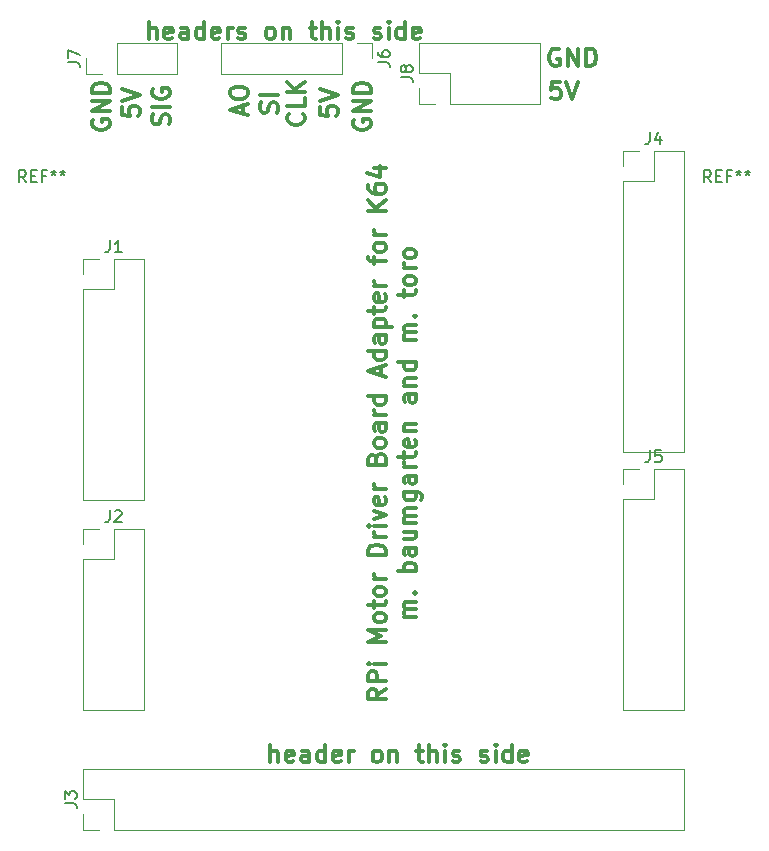
<source format=gbr>
G04 #@! TF.GenerationSoftware,KiCad,Pcbnew,(5.0.1)-4*
G04 #@! TF.CreationDate,2018-11-19T18:58:20-05:00*
G04 #@! TF.ProjectId,k64shield,6B3634736869656C642E6B696361645F,rev?*
G04 #@! TF.SameCoordinates,Original*
G04 #@! TF.FileFunction,Legend,Top*
G04 #@! TF.FilePolarity,Positive*
%FSLAX46Y46*%
G04 Gerber Fmt 4.6, Leading zero omitted, Abs format (unit mm)*
G04 Created by KiCad (PCBNEW (5.0.1)-4) date 11/19/2018 6:58:20 PM*
%MOMM*%
%LPD*%
G01*
G04 APERTURE LIST*
%ADD10C,0.300000*%
%ADD11C,0.120000*%
%ADD12C,0.150000*%
G04 APERTURE END LIST*
D10*
X101057714Y-56304571D02*
X101057714Y-54804571D01*
X101700571Y-56304571D02*
X101700571Y-55518857D01*
X101629142Y-55376000D01*
X101486285Y-55304571D01*
X101272000Y-55304571D01*
X101129142Y-55376000D01*
X101057714Y-55447428D01*
X102986285Y-56233142D02*
X102843428Y-56304571D01*
X102557714Y-56304571D01*
X102414857Y-56233142D01*
X102343428Y-56090285D01*
X102343428Y-55518857D01*
X102414857Y-55376000D01*
X102557714Y-55304571D01*
X102843428Y-55304571D01*
X102986285Y-55376000D01*
X103057714Y-55518857D01*
X103057714Y-55661714D01*
X102343428Y-55804571D01*
X104343428Y-56304571D02*
X104343428Y-55518857D01*
X104272000Y-55376000D01*
X104129142Y-55304571D01*
X103843428Y-55304571D01*
X103700571Y-55376000D01*
X104343428Y-56233142D02*
X104200571Y-56304571D01*
X103843428Y-56304571D01*
X103700571Y-56233142D01*
X103629142Y-56090285D01*
X103629142Y-55947428D01*
X103700571Y-55804571D01*
X103843428Y-55733142D01*
X104200571Y-55733142D01*
X104343428Y-55661714D01*
X105700571Y-56304571D02*
X105700571Y-54804571D01*
X105700571Y-56233142D02*
X105557714Y-56304571D01*
X105272000Y-56304571D01*
X105129142Y-56233142D01*
X105057714Y-56161714D01*
X104986285Y-56018857D01*
X104986285Y-55590285D01*
X105057714Y-55447428D01*
X105129142Y-55376000D01*
X105272000Y-55304571D01*
X105557714Y-55304571D01*
X105700571Y-55376000D01*
X106986285Y-56233142D02*
X106843428Y-56304571D01*
X106557714Y-56304571D01*
X106414857Y-56233142D01*
X106343428Y-56090285D01*
X106343428Y-55518857D01*
X106414857Y-55376000D01*
X106557714Y-55304571D01*
X106843428Y-55304571D01*
X106986285Y-55376000D01*
X107057714Y-55518857D01*
X107057714Y-55661714D01*
X106343428Y-55804571D01*
X107700571Y-56304571D02*
X107700571Y-55304571D01*
X107700571Y-55590285D02*
X107772000Y-55447428D01*
X107843428Y-55376000D01*
X107986285Y-55304571D01*
X108129142Y-55304571D01*
X108557714Y-56233142D02*
X108700571Y-56304571D01*
X108986285Y-56304571D01*
X109129142Y-56233142D01*
X109200571Y-56090285D01*
X109200571Y-56018857D01*
X109129142Y-55876000D01*
X108986285Y-55804571D01*
X108772000Y-55804571D01*
X108629142Y-55733142D01*
X108557714Y-55590285D01*
X108557714Y-55518857D01*
X108629142Y-55376000D01*
X108772000Y-55304571D01*
X108986285Y-55304571D01*
X109129142Y-55376000D01*
X111200571Y-56304571D02*
X111057714Y-56233142D01*
X110986285Y-56161714D01*
X110914857Y-56018857D01*
X110914857Y-55590285D01*
X110986285Y-55447428D01*
X111057714Y-55376000D01*
X111200571Y-55304571D01*
X111414857Y-55304571D01*
X111557714Y-55376000D01*
X111629142Y-55447428D01*
X111700571Y-55590285D01*
X111700571Y-56018857D01*
X111629142Y-56161714D01*
X111557714Y-56233142D01*
X111414857Y-56304571D01*
X111200571Y-56304571D01*
X112343428Y-55304571D02*
X112343428Y-56304571D01*
X112343428Y-55447428D02*
X112414857Y-55376000D01*
X112557714Y-55304571D01*
X112772000Y-55304571D01*
X112914857Y-55376000D01*
X112986285Y-55518857D01*
X112986285Y-56304571D01*
X114629142Y-55304571D02*
X115200571Y-55304571D01*
X114843428Y-54804571D02*
X114843428Y-56090285D01*
X114914857Y-56233142D01*
X115057714Y-56304571D01*
X115200571Y-56304571D01*
X115700571Y-56304571D02*
X115700571Y-54804571D01*
X116343428Y-56304571D02*
X116343428Y-55518857D01*
X116272000Y-55376000D01*
X116129142Y-55304571D01*
X115914857Y-55304571D01*
X115772000Y-55376000D01*
X115700571Y-55447428D01*
X117057714Y-56304571D02*
X117057714Y-55304571D01*
X117057714Y-54804571D02*
X116986285Y-54876000D01*
X117057714Y-54947428D01*
X117129142Y-54876000D01*
X117057714Y-54804571D01*
X117057714Y-54947428D01*
X117700571Y-56233142D02*
X117843428Y-56304571D01*
X118129142Y-56304571D01*
X118272000Y-56233142D01*
X118343428Y-56090285D01*
X118343428Y-56018857D01*
X118272000Y-55876000D01*
X118129142Y-55804571D01*
X117914857Y-55804571D01*
X117772000Y-55733142D01*
X117700571Y-55590285D01*
X117700571Y-55518857D01*
X117772000Y-55376000D01*
X117914857Y-55304571D01*
X118129142Y-55304571D01*
X118272000Y-55376000D01*
X120057714Y-56233142D02*
X120200571Y-56304571D01*
X120486285Y-56304571D01*
X120629142Y-56233142D01*
X120700571Y-56090285D01*
X120700571Y-56018857D01*
X120629142Y-55876000D01*
X120486285Y-55804571D01*
X120272000Y-55804571D01*
X120129142Y-55733142D01*
X120057714Y-55590285D01*
X120057714Y-55518857D01*
X120129142Y-55376000D01*
X120272000Y-55304571D01*
X120486285Y-55304571D01*
X120629142Y-55376000D01*
X121343428Y-56304571D02*
X121343428Y-55304571D01*
X121343428Y-54804571D02*
X121272000Y-54876000D01*
X121343428Y-54947428D01*
X121414857Y-54876000D01*
X121343428Y-54804571D01*
X121343428Y-54947428D01*
X122700571Y-56304571D02*
X122700571Y-54804571D01*
X122700571Y-56233142D02*
X122557714Y-56304571D01*
X122272000Y-56304571D01*
X122129142Y-56233142D01*
X122057714Y-56161714D01*
X121986285Y-56018857D01*
X121986285Y-55590285D01*
X122057714Y-55447428D01*
X122129142Y-55376000D01*
X122272000Y-55304571D01*
X122557714Y-55304571D01*
X122700571Y-55376000D01*
X123986285Y-56233142D02*
X123843428Y-56304571D01*
X123557714Y-56304571D01*
X123414857Y-56233142D01*
X123343428Y-56090285D01*
X123343428Y-55518857D01*
X123414857Y-55376000D01*
X123557714Y-55304571D01*
X123843428Y-55304571D01*
X123986285Y-55376000D01*
X124057714Y-55518857D01*
X124057714Y-55661714D01*
X123343428Y-55804571D01*
X111316857Y-117518571D02*
X111316857Y-116018571D01*
X111959714Y-117518571D02*
X111959714Y-116732857D01*
X111888285Y-116590000D01*
X111745428Y-116518571D01*
X111531142Y-116518571D01*
X111388285Y-116590000D01*
X111316857Y-116661428D01*
X113245428Y-117447142D02*
X113102571Y-117518571D01*
X112816857Y-117518571D01*
X112674000Y-117447142D01*
X112602571Y-117304285D01*
X112602571Y-116732857D01*
X112674000Y-116590000D01*
X112816857Y-116518571D01*
X113102571Y-116518571D01*
X113245428Y-116590000D01*
X113316857Y-116732857D01*
X113316857Y-116875714D01*
X112602571Y-117018571D01*
X114602571Y-117518571D02*
X114602571Y-116732857D01*
X114531142Y-116590000D01*
X114388285Y-116518571D01*
X114102571Y-116518571D01*
X113959714Y-116590000D01*
X114602571Y-117447142D02*
X114459714Y-117518571D01*
X114102571Y-117518571D01*
X113959714Y-117447142D01*
X113888285Y-117304285D01*
X113888285Y-117161428D01*
X113959714Y-117018571D01*
X114102571Y-116947142D01*
X114459714Y-116947142D01*
X114602571Y-116875714D01*
X115959714Y-117518571D02*
X115959714Y-116018571D01*
X115959714Y-117447142D02*
X115816857Y-117518571D01*
X115531142Y-117518571D01*
X115388285Y-117447142D01*
X115316857Y-117375714D01*
X115245428Y-117232857D01*
X115245428Y-116804285D01*
X115316857Y-116661428D01*
X115388285Y-116590000D01*
X115531142Y-116518571D01*
X115816857Y-116518571D01*
X115959714Y-116590000D01*
X117245428Y-117447142D02*
X117102571Y-117518571D01*
X116816857Y-117518571D01*
X116674000Y-117447142D01*
X116602571Y-117304285D01*
X116602571Y-116732857D01*
X116674000Y-116590000D01*
X116816857Y-116518571D01*
X117102571Y-116518571D01*
X117245428Y-116590000D01*
X117316857Y-116732857D01*
X117316857Y-116875714D01*
X116602571Y-117018571D01*
X117959714Y-117518571D02*
X117959714Y-116518571D01*
X117959714Y-116804285D02*
X118031142Y-116661428D01*
X118102571Y-116590000D01*
X118245428Y-116518571D01*
X118388285Y-116518571D01*
X120245428Y-117518571D02*
X120102571Y-117447142D01*
X120031142Y-117375714D01*
X119959714Y-117232857D01*
X119959714Y-116804285D01*
X120031142Y-116661428D01*
X120102571Y-116590000D01*
X120245428Y-116518571D01*
X120459714Y-116518571D01*
X120602571Y-116590000D01*
X120674000Y-116661428D01*
X120745428Y-116804285D01*
X120745428Y-117232857D01*
X120674000Y-117375714D01*
X120602571Y-117447142D01*
X120459714Y-117518571D01*
X120245428Y-117518571D01*
X121388285Y-116518571D02*
X121388285Y-117518571D01*
X121388285Y-116661428D02*
X121459714Y-116590000D01*
X121602571Y-116518571D01*
X121816857Y-116518571D01*
X121959714Y-116590000D01*
X122031142Y-116732857D01*
X122031142Y-117518571D01*
X123674000Y-116518571D02*
X124245428Y-116518571D01*
X123888285Y-116018571D02*
X123888285Y-117304285D01*
X123959714Y-117447142D01*
X124102571Y-117518571D01*
X124245428Y-117518571D01*
X124745428Y-117518571D02*
X124745428Y-116018571D01*
X125388285Y-117518571D02*
X125388285Y-116732857D01*
X125316857Y-116590000D01*
X125174000Y-116518571D01*
X124959714Y-116518571D01*
X124816857Y-116590000D01*
X124745428Y-116661428D01*
X126102571Y-117518571D02*
X126102571Y-116518571D01*
X126102571Y-116018571D02*
X126031142Y-116090000D01*
X126102571Y-116161428D01*
X126174000Y-116090000D01*
X126102571Y-116018571D01*
X126102571Y-116161428D01*
X126745428Y-117447142D02*
X126888285Y-117518571D01*
X127174000Y-117518571D01*
X127316857Y-117447142D01*
X127388285Y-117304285D01*
X127388285Y-117232857D01*
X127316857Y-117090000D01*
X127174000Y-117018571D01*
X126959714Y-117018571D01*
X126816857Y-116947142D01*
X126745428Y-116804285D01*
X126745428Y-116732857D01*
X126816857Y-116590000D01*
X126959714Y-116518571D01*
X127174000Y-116518571D01*
X127316857Y-116590000D01*
X129102571Y-117447142D02*
X129245428Y-117518571D01*
X129531142Y-117518571D01*
X129674000Y-117447142D01*
X129745428Y-117304285D01*
X129745428Y-117232857D01*
X129674000Y-117090000D01*
X129531142Y-117018571D01*
X129316857Y-117018571D01*
X129174000Y-116947142D01*
X129102571Y-116804285D01*
X129102571Y-116732857D01*
X129174000Y-116590000D01*
X129316857Y-116518571D01*
X129531142Y-116518571D01*
X129674000Y-116590000D01*
X130388285Y-117518571D02*
X130388285Y-116518571D01*
X130388285Y-116018571D02*
X130316857Y-116090000D01*
X130388285Y-116161428D01*
X130459714Y-116090000D01*
X130388285Y-116018571D01*
X130388285Y-116161428D01*
X131745428Y-117518571D02*
X131745428Y-116018571D01*
X131745428Y-117447142D02*
X131602571Y-117518571D01*
X131316857Y-117518571D01*
X131173999Y-117447142D01*
X131102571Y-117375714D01*
X131031142Y-117232857D01*
X131031142Y-116804285D01*
X131102571Y-116661428D01*
X131173999Y-116590000D01*
X131316857Y-116518571D01*
X131602571Y-116518571D01*
X131745428Y-116590000D01*
X133031142Y-117447142D02*
X132888285Y-117518571D01*
X132602571Y-117518571D01*
X132459714Y-117447142D01*
X132388285Y-117304285D01*
X132388285Y-116732857D01*
X132459714Y-116590000D01*
X132602571Y-116518571D01*
X132888285Y-116518571D01*
X133031142Y-116590000D01*
X133102571Y-116732857D01*
X133102571Y-116875714D01*
X132388285Y-117018571D01*
X135763142Y-57162000D02*
X135620285Y-57090571D01*
X135406000Y-57090571D01*
X135191714Y-57162000D01*
X135048857Y-57304857D01*
X134977428Y-57447714D01*
X134906000Y-57733428D01*
X134906000Y-57947714D01*
X134977428Y-58233428D01*
X135048857Y-58376285D01*
X135191714Y-58519142D01*
X135406000Y-58590571D01*
X135548857Y-58590571D01*
X135763142Y-58519142D01*
X135834571Y-58447714D01*
X135834571Y-57947714D01*
X135548857Y-57947714D01*
X136477428Y-58590571D02*
X136477428Y-57090571D01*
X137334571Y-58590571D01*
X137334571Y-57090571D01*
X138048857Y-58590571D02*
X138048857Y-57090571D01*
X138406000Y-57090571D01*
X138620285Y-57162000D01*
X138763142Y-57304857D01*
X138834571Y-57447714D01*
X138906000Y-57733428D01*
X138906000Y-57947714D01*
X138834571Y-58233428D01*
X138763142Y-58376285D01*
X138620285Y-58519142D01*
X138406000Y-58590571D01*
X138048857Y-58590571D01*
X135858285Y-59884571D02*
X135144000Y-59884571D01*
X135072571Y-60598857D01*
X135144000Y-60527428D01*
X135286857Y-60456000D01*
X135644000Y-60456000D01*
X135786857Y-60527428D01*
X135858285Y-60598857D01*
X135929714Y-60741714D01*
X135929714Y-61098857D01*
X135858285Y-61241714D01*
X135786857Y-61313142D01*
X135644000Y-61384571D01*
X135286857Y-61384571D01*
X135144000Y-61313142D01*
X135072571Y-61241714D01*
X136358285Y-59884571D02*
X136858285Y-61384571D01*
X137358285Y-59884571D01*
X118376000Y-63118857D02*
X118304571Y-63261714D01*
X118304571Y-63476000D01*
X118376000Y-63690285D01*
X118518857Y-63833142D01*
X118661714Y-63904571D01*
X118947428Y-63976000D01*
X119161714Y-63976000D01*
X119447428Y-63904571D01*
X119590285Y-63833142D01*
X119733142Y-63690285D01*
X119804571Y-63476000D01*
X119804571Y-63333142D01*
X119733142Y-63118857D01*
X119661714Y-63047428D01*
X119161714Y-63047428D01*
X119161714Y-63333142D01*
X119804571Y-62404571D02*
X118304571Y-62404571D01*
X119804571Y-61547428D01*
X118304571Y-61547428D01*
X119804571Y-60833142D02*
X118304571Y-60833142D01*
X118304571Y-60476000D01*
X118376000Y-60261714D01*
X118518857Y-60118857D01*
X118661714Y-60047428D01*
X118947428Y-59976000D01*
X119161714Y-59976000D01*
X119447428Y-60047428D01*
X119590285Y-60118857D01*
X119733142Y-60261714D01*
X119804571Y-60476000D01*
X119804571Y-60833142D01*
X115510571Y-62007714D02*
X115510571Y-62722000D01*
X116224857Y-62793428D01*
X116153428Y-62722000D01*
X116082000Y-62579142D01*
X116082000Y-62222000D01*
X116153428Y-62079142D01*
X116224857Y-62007714D01*
X116367714Y-61936285D01*
X116724857Y-61936285D01*
X116867714Y-62007714D01*
X116939142Y-62079142D01*
X117010571Y-62222000D01*
X117010571Y-62579142D01*
X116939142Y-62722000D01*
X116867714Y-62793428D01*
X115510571Y-61507714D02*
X117010571Y-61007714D01*
X115510571Y-60507714D01*
X114073714Y-62614857D02*
X114145142Y-62686285D01*
X114216571Y-62900571D01*
X114216571Y-63043428D01*
X114145142Y-63257714D01*
X114002285Y-63400571D01*
X113859428Y-63472000D01*
X113573714Y-63543428D01*
X113359428Y-63543428D01*
X113073714Y-63472000D01*
X112930857Y-63400571D01*
X112788000Y-63257714D01*
X112716571Y-63043428D01*
X112716571Y-62900571D01*
X112788000Y-62686285D01*
X112859428Y-62614857D01*
X114216571Y-61257714D02*
X114216571Y-61972000D01*
X112716571Y-61972000D01*
X114216571Y-60757714D02*
X112716571Y-60757714D01*
X114216571Y-59900571D02*
X113359428Y-60543428D01*
X112716571Y-59900571D02*
X113573714Y-60757714D01*
X111859142Y-62507714D02*
X111930571Y-62293428D01*
X111930571Y-61936285D01*
X111859142Y-61793428D01*
X111787714Y-61722000D01*
X111644857Y-61650571D01*
X111502000Y-61650571D01*
X111359142Y-61722000D01*
X111287714Y-61793428D01*
X111216285Y-61936285D01*
X111144857Y-62222000D01*
X111073428Y-62364857D01*
X111002000Y-62436285D01*
X110859142Y-62507714D01*
X110716285Y-62507714D01*
X110573428Y-62436285D01*
X110502000Y-62364857D01*
X110430571Y-62222000D01*
X110430571Y-61864857D01*
X110502000Y-61650571D01*
X111930571Y-61007714D02*
X110430571Y-61007714D01*
X108962000Y-62610857D02*
X108962000Y-61896571D01*
X109390571Y-62753714D02*
X107890571Y-62253714D01*
X109390571Y-61753714D01*
X107890571Y-60968000D02*
X107890571Y-60682285D01*
X107962000Y-60539428D01*
X108104857Y-60396571D01*
X108390571Y-60325142D01*
X108890571Y-60325142D01*
X109176285Y-60396571D01*
X109319142Y-60539428D01*
X109390571Y-60682285D01*
X109390571Y-60968000D01*
X109319142Y-61110857D01*
X109176285Y-61253714D01*
X108890571Y-61325142D01*
X108390571Y-61325142D01*
X108104857Y-61253714D01*
X107962000Y-61110857D01*
X107890571Y-60968000D01*
X102715142Y-63511714D02*
X102786571Y-63297428D01*
X102786571Y-62940285D01*
X102715142Y-62797428D01*
X102643714Y-62726000D01*
X102500857Y-62654571D01*
X102358000Y-62654571D01*
X102215142Y-62726000D01*
X102143714Y-62797428D01*
X102072285Y-62940285D01*
X102000857Y-63226000D01*
X101929428Y-63368857D01*
X101858000Y-63440285D01*
X101715142Y-63511714D01*
X101572285Y-63511714D01*
X101429428Y-63440285D01*
X101358000Y-63368857D01*
X101286571Y-63226000D01*
X101286571Y-62868857D01*
X101358000Y-62654571D01*
X102786571Y-62011714D02*
X101286571Y-62011714D01*
X101358000Y-60511714D02*
X101286571Y-60654571D01*
X101286571Y-60868857D01*
X101358000Y-61083142D01*
X101500857Y-61226000D01*
X101643714Y-61297428D01*
X101929428Y-61368857D01*
X102143714Y-61368857D01*
X102429428Y-61297428D01*
X102572285Y-61226000D01*
X102715142Y-61083142D01*
X102786571Y-60868857D01*
X102786571Y-60726000D01*
X102715142Y-60511714D01*
X102643714Y-60440285D01*
X102143714Y-60440285D01*
X102143714Y-60726000D01*
X98746571Y-62007714D02*
X98746571Y-62722000D01*
X99460857Y-62793428D01*
X99389428Y-62722000D01*
X99318000Y-62579142D01*
X99318000Y-62222000D01*
X99389428Y-62079142D01*
X99460857Y-62007714D01*
X99603714Y-61936285D01*
X99960857Y-61936285D01*
X100103714Y-62007714D01*
X100175142Y-62079142D01*
X100246571Y-62222000D01*
X100246571Y-62579142D01*
X100175142Y-62722000D01*
X100103714Y-62793428D01*
X98746571Y-61507714D02*
X100246571Y-61007714D01*
X98746571Y-60507714D01*
X96278000Y-63118857D02*
X96206571Y-63261714D01*
X96206571Y-63476000D01*
X96278000Y-63690285D01*
X96420857Y-63833142D01*
X96563714Y-63904571D01*
X96849428Y-63976000D01*
X97063714Y-63976000D01*
X97349428Y-63904571D01*
X97492285Y-63833142D01*
X97635142Y-63690285D01*
X97706571Y-63476000D01*
X97706571Y-63333142D01*
X97635142Y-63118857D01*
X97563714Y-63047428D01*
X97063714Y-63047428D01*
X97063714Y-63333142D01*
X97706571Y-62404571D02*
X96206571Y-62404571D01*
X97706571Y-61547428D01*
X96206571Y-61547428D01*
X97706571Y-60833142D02*
X96206571Y-60833142D01*
X96206571Y-60476000D01*
X96278000Y-60261714D01*
X96420857Y-60118857D01*
X96563714Y-60047428D01*
X96849428Y-59976000D01*
X97063714Y-59976000D01*
X97349428Y-60047428D01*
X97492285Y-60118857D01*
X97635142Y-60261714D01*
X97706571Y-60476000D01*
X97706571Y-60833142D01*
X121069571Y-111304857D02*
X120355285Y-111804857D01*
X121069571Y-112162000D02*
X119569571Y-112162000D01*
X119569571Y-111590571D01*
X119641000Y-111447714D01*
X119712428Y-111376285D01*
X119855285Y-111304857D01*
X120069571Y-111304857D01*
X120212428Y-111376285D01*
X120283857Y-111447714D01*
X120355285Y-111590571D01*
X120355285Y-112162000D01*
X121069571Y-110662000D02*
X119569571Y-110662000D01*
X119569571Y-110090571D01*
X119641000Y-109947714D01*
X119712428Y-109876285D01*
X119855285Y-109804857D01*
X120069571Y-109804857D01*
X120212428Y-109876285D01*
X120283857Y-109947714D01*
X120355285Y-110090571D01*
X120355285Y-110662000D01*
X121069571Y-109162000D02*
X120069571Y-109162000D01*
X119569571Y-109162000D02*
X119641000Y-109233428D01*
X119712428Y-109162000D01*
X119641000Y-109090571D01*
X119569571Y-109162000D01*
X119712428Y-109162000D01*
X121069571Y-107304857D02*
X119569571Y-107304857D01*
X120641000Y-106804857D01*
X119569571Y-106304857D01*
X121069571Y-106304857D01*
X121069571Y-105376285D02*
X120998142Y-105519142D01*
X120926714Y-105590571D01*
X120783857Y-105662000D01*
X120355285Y-105662000D01*
X120212428Y-105590571D01*
X120141000Y-105519142D01*
X120069571Y-105376285D01*
X120069571Y-105162000D01*
X120141000Y-105019142D01*
X120212428Y-104947714D01*
X120355285Y-104876285D01*
X120783857Y-104876285D01*
X120926714Y-104947714D01*
X120998142Y-105019142D01*
X121069571Y-105162000D01*
X121069571Y-105376285D01*
X120069571Y-104447714D02*
X120069571Y-103876285D01*
X119569571Y-104233428D02*
X120855285Y-104233428D01*
X120998142Y-104162000D01*
X121069571Y-104019142D01*
X121069571Y-103876285D01*
X121069571Y-103162000D02*
X120998142Y-103304857D01*
X120926714Y-103376285D01*
X120783857Y-103447714D01*
X120355285Y-103447714D01*
X120212428Y-103376285D01*
X120141000Y-103304857D01*
X120069571Y-103162000D01*
X120069571Y-102947714D01*
X120141000Y-102804857D01*
X120212428Y-102733428D01*
X120355285Y-102662000D01*
X120783857Y-102662000D01*
X120926714Y-102733428D01*
X120998142Y-102804857D01*
X121069571Y-102947714D01*
X121069571Y-103162000D01*
X121069571Y-102019142D02*
X120069571Y-102019142D01*
X120355285Y-102019142D02*
X120212428Y-101947714D01*
X120141000Y-101876285D01*
X120069571Y-101733428D01*
X120069571Y-101590571D01*
X121069571Y-99947714D02*
X119569571Y-99947714D01*
X119569571Y-99590571D01*
X119641000Y-99376285D01*
X119783857Y-99233428D01*
X119926714Y-99162000D01*
X120212428Y-99090571D01*
X120426714Y-99090571D01*
X120712428Y-99162000D01*
X120855285Y-99233428D01*
X120998142Y-99376285D01*
X121069571Y-99590571D01*
X121069571Y-99947714D01*
X121069571Y-98447714D02*
X120069571Y-98447714D01*
X120355285Y-98447714D02*
X120212428Y-98376285D01*
X120141000Y-98304857D01*
X120069571Y-98162000D01*
X120069571Y-98019142D01*
X121069571Y-97519142D02*
X120069571Y-97519142D01*
X119569571Y-97519142D02*
X119641000Y-97590571D01*
X119712428Y-97519142D01*
X119641000Y-97447714D01*
X119569571Y-97519142D01*
X119712428Y-97519142D01*
X120069571Y-96947714D02*
X121069571Y-96590571D01*
X120069571Y-96233428D01*
X120998142Y-95090571D02*
X121069571Y-95233428D01*
X121069571Y-95519142D01*
X120998142Y-95662000D01*
X120855285Y-95733428D01*
X120283857Y-95733428D01*
X120141000Y-95662000D01*
X120069571Y-95519142D01*
X120069571Y-95233428D01*
X120141000Y-95090571D01*
X120283857Y-95019142D01*
X120426714Y-95019142D01*
X120569571Y-95733428D01*
X121069571Y-94376285D02*
X120069571Y-94376285D01*
X120355285Y-94376285D02*
X120212428Y-94304857D01*
X120141000Y-94233428D01*
X120069571Y-94090571D01*
X120069571Y-93947714D01*
X120283857Y-91804857D02*
X120355285Y-91590571D01*
X120426714Y-91519142D01*
X120569571Y-91447714D01*
X120783857Y-91447714D01*
X120926714Y-91519142D01*
X120998142Y-91590571D01*
X121069571Y-91733428D01*
X121069571Y-92304857D01*
X119569571Y-92304857D01*
X119569571Y-91804857D01*
X119641000Y-91662000D01*
X119712428Y-91590571D01*
X119855285Y-91519142D01*
X119998142Y-91519142D01*
X120141000Y-91590571D01*
X120212428Y-91662000D01*
X120283857Y-91804857D01*
X120283857Y-92304857D01*
X121069571Y-90590571D02*
X120998142Y-90733428D01*
X120926714Y-90804857D01*
X120783857Y-90876285D01*
X120355285Y-90876285D01*
X120212428Y-90804857D01*
X120141000Y-90733428D01*
X120069571Y-90590571D01*
X120069571Y-90376285D01*
X120141000Y-90233428D01*
X120212428Y-90162000D01*
X120355285Y-90090571D01*
X120783857Y-90090571D01*
X120926714Y-90162000D01*
X120998142Y-90233428D01*
X121069571Y-90376285D01*
X121069571Y-90590571D01*
X121069571Y-88804857D02*
X120283857Y-88804857D01*
X120141000Y-88876285D01*
X120069571Y-89019142D01*
X120069571Y-89304857D01*
X120141000Y-89447714D01*
X120998142Y-88804857D02*
X121069571Y-88947714D01*
X121069571Y-89304857D01*
X120998142Y-89447714D01*
X120855285Y-89519142D01*
X120712428Y-89519142D01*
X120569571Y-89447714D01*
X120498142Y-89304857D01*
X120498142Y-88947714D01*
X120426714Y-88804857D01*
X121069571Y-88090571D02*
X120069571Y-88090571D01*
X120355285Y-88090571D02*
X120212428Y-88019142D01*
X120141000Y-87947714D01*
X120069571Y-87804857D01*
X120069571Y-87662000D01*
X121069571Y-86519142D02*
X119569571Y-86519142D01*
X120998142Y-86519142D02*
X121069571Y-86662000D01*
X121069571Y-86947714D01*
X120998142Y-87090571D01*
X120926714Y-87162000D01*
X120783857Y-87233428D01*
X120355285Y-87233428D01*
X120212428Y-87162000D01*
X120141000Y-87090571D01*
X120069571Y-86947714D01*
X120069571Y-86662000D01*
X120141000Y-86519142D01*
X120641000Y-84733428D02*
X120641000Y-84019142D01*
X121069571Y-84876285D02*
X119569571Y-84376285D01*
X121069571Y-83876285D01*
X121069571Y-82733428D02*
X119569571Y-82733428D01*
X120998142Y-82733428D02*
X121069571Y-82876285D01*
X121069571Y-83162000D01*
X120998142Y-83304857D01*
X120926714Y-83376285D01*
X120783857Y-83447714D01*
X120355285Y-83447714D01*
X120212428Y-83376285D01*
X120141000Y-83304857D01*
X120069571Y-83162000D01*
X120069571Y-82876285D01*
X120141000Y-82733428D01*
X121069571Y-81376285D02*
X120283857Y-81376285D01*
X120141000Y-81447714D01*
X120069571Y-81590571D01*
X120069571Y-81876285D01*
X120141000Y-82019142D01*
X120998142Y-81376285D02*
X121069571Y-81519142D01*
X121069571Y-81876285D01*
X120998142Y-82019142D01*
X120855285Y-82090571D01*
X120712428Y-82090571D01*
X120569571Y-82019142D01*
X120498142Y-81876285D01*
X120498142Y-81519142D01*
X120426714Y-81376285D01*
X120069571Y-80662000D02*
X121569571Y-80662000D01*
X120141000Y-80662000D02*
X120069571Y-80519142D01*
X120069571Y-80233428D01*
X120141000Y-80090571D01*
X120212428Y-80019142D01*
X120355285Y-79947714D01*
X120783857Y-79947714D01*
X120926714Y-80019142D01*
X120998142Y-80090571D01*
X121069571Y-80233428D01*
X121069571Y-80519142D01*
X120998142Y-80662000D01*
X120069571Y-79519142D02*
X120069571Y-78947714D01*
X119569571Y-79304857D02*
X120855285Y-79304857D01*
X120998142Y-79233428D01*
X121069571Y-79090571D01*
X121069571Y-78947714D01*
X120998142Y-77876285D02*
X121069571Y-78019142D01*
X121069571Y-78304857D01*
X120998142Y-78447714D01*
X120855285Y-78519142D01*
X120283857Y-78519142D01*
X120141000Y-78447714D01*
X120069571Y-78304857D01*
X120069571Y-78019142D01*
X120141000Y-77876285D01*
X120283857Y-77804857D01*
X120426714Y-77804857D01*
X120569571Y-78519142D01*
X121069571Y-77162000D02*
X120069571Y-77162000D01*
X120355285Y-77162000D02*
X120212428Y-77090571D01*
X120141000Y-77019142D01*
X120069571Y-76876285D01*
X120069571Y-76733428D01*
X120069571Y-75304857D02*
X120069571Y-74733428D01*
X121069571Y-75090571D02*
X119783857Y-75090571D01*
X119641000Y-75019142D01*
X119569571Y-74876285D01*
X119569571Y-74733428D01*
X121069571Y-74019142D02*
X120998142Y-74162000D01*
X120926714Y-74233428D01*
X120783857Y-74304857D01*
X120355285Y-74304857D01*
X120212428Y-74233428D01*
X120141000Y-74162000D01*
X120069571Y-74019142D01*
X120069571Y-73804857D01*
X120141000Y-73662000D01*
X120212428Y-73590571D01*
X120355285Y-73519142D01*
X120783857Y-73519142D01*
X120926714Y-73590571D01*
X120998142Y-73662000D01*
X121069571Y-73804857D01*
X121069571Y-74019142D01*
X121069571Y-72876285D02*
X120069571Y-72876285D01*
X120355285Y-72876285D02*
X120212428Y-72804857D01*
X120141000Y-72733428D01*
X120069571Y-72590571D01*
X120069571Y-72447714D01*
X121069571Y-70804857D02*
X119569571Y-70804857D01*
X121069571Y-69947714D02*
X120212428Y-70590571D01*
X119569571Y-69947714D02*
X120426714Y-70804857D01*
X119569571Y-68662000D02*
X119569571Y-68947714D01*
X119641000Y-69090571D01*
X119712428Y-69162000D01*
X119926714Y-69304857D01*
X120212428Y-69376285D01*
X120783857Y-69376285D01*
X120926714Y-69304857D01*
X120998142Y-69233428D01*
X121069571Y-69090571D01*
X121069571Y-68804857D01*
X120998142Y-68662000D01*
X120926714Y-68590571D01*
X120783857Y-68519142D01*
X120426714Y-68519142D01*
X120283857Y-68590571D01*
X120212428Y-68662000D01*
X120141000Y-68804857D01*
X120141000Y-69090571D01*
X120212428Y-69233428D01*
X120283857Y-69304857D01*
X120426714Y-69376285D01*
X120069571Y-67233428D02*
X121069571Y-67233428D01*
X119498142Y-67590571D02*
X120569571Y-67947714D01*
X120569571Y-67019142D01*
X123619571Y-105197714D02*
X122619571Y-105197714D01*
X122762428Y-105197714D02*
X122691000Y-105126285D01*
X122619571Y-104983428D01*
X122619571Y-104769142D01*
X122691000Y-104626285D01*
X122833857Y-104554857D01*
X123619571Y-104554857D01*
X122833857Y-104554857D02*
X122691000Y-104483428D01*
X122619571Y-104340571D01*
X122619571Y-104126285D01*
X122691000Y-103983428D01*
X122833857Y-103912000D01*
X123619571Y-103912000D01*
X123476714Y-103197714D02*
X123548142Y-103126285D01*
X123619571Y-103197714D01*
X123548142Y-103269142D01*
X123476714Y-103197714D01*
X123619571Y-103197714D01*
X123619571Y-101340571D02*
X122119571Y-101340571D01*
X122691000Y-101340571D02*
X122619571Y-101197714D01*
X122619571Y-100912000D01*
X122691000Y-100769142D01*
X122762428Y-100697714D01*
X122905285Y-100626285D01*
X123333857Y-100626285D01*
X123476714Y-100697714D01*
X123548142Y-100769142D01*
X123619571Y-100912000D01*
X123619571Y-101197714D01*
X123548142Y-101340571D01*
X123619571Y-99340571D02*
X122833857Y-99340571D01*
X122691000Y-99412000D01*
X122619571Y-99554857D01*
X122619571Y-99840571D01*
X122691000Y-99983428D01*
X123548142Y-99340571D02*
X123619571Y-99483428D01*
X123619571Y-99840571D01*
X123548142Y-99983428D01*
X123405285Y-100054857D01*
X123262428Y-100054857D01*
X123119571Y-99983428D01*
X123048142Y-99840571D01*
X123048142Y-99483428D01*
X122976714Y-99340571D01*
X122619571Y-97983428D02*
X123619571Y-97983428D01*
X122619571Y-98626285D02*
X123405285Y-98626285D01*
X123548142Y-98554857D01*
X123619571Y-98412000D01*
X123619571Y-98197714D01*
X123548142Y-98054857D01*
X123476714Y-97983428D01*
X123619571Y-97269142D02*
X122619571Y-97269142D01*
X122762428Y-97269142D02*
X122691000Y-97197714D01*
X122619571Y-97054857D01*
X122619571Y-96840571D01*
X122691000Y-96697714D01*
X122833857Y-96626285D01*
X123619571Y-96626285D01*
X122833857Y-96626285D02*
X122691000Y-96554857D01*
X122619571Y-96412000D01*
X122619571Y-96197714D01*
X122691000Y-96054857D01*
X122833857Y-95983428D01*
X123619571Y-95983428D01*
X122619571Y-94626285D02*
X123833857Y-94626285D01*
X123976714Y-94697714D01*
X124048142Y-94769142D01*
X124119571Y-94912000D01*
X124119571Y-95126285D01*
X124048142Y-95269142D01*
X123548142Y-94626285D02*
X123619571Y-94769142D01*
X123619571Y-95054857D01*
X123548142Y-95197714D01*
X123476714Y-95269142D01*
X123333857Y-95340571D01*
X122905285Y-95340571D01*
X122762428Y-95269142D01*
X122691000Y-95197714D01*
X122619571Y-95054857D01*
X122619571Y-94769142D01*
X122691000Y-94626285D01*
X123619571Y-93269142D02*
X122833857Y-93269142D01*
X122691000Y-93340571D01*
X122619571Y-93483428D01*
X122619571Y-93769142D01*
X122691000Y-93912000D01*
X123548142Y-93269142D02*
X123619571Y-93412000D01*
X123619571Y-93769142D01*
X123548142Y-93912000D01*
X123405285Y-93983428D01*
X123262428Y-93983428D01*
X123119571Y-93912000D01*
X123048142Y-93769142D01*
X123048142Y-93412000D01*
X122976714Y-93269142D01*
X123619571Y-92554857D02*
X122619571Y-92554857D01*
X122905285Y-92554857D02*
X122762428Y-92483428D01*
X122691000Y-92412000D01*
X122619571Y-92269142D01*
X122619571Y-92126285D01*
X122619571Y-91840571D02*
X122619571Y-91269142D01*
X122119571Y-91626285D02*
X123405285Y-91626285D01*
X123548142Y-91554857D01*
X123619571Y-91412000D01*
X123619571Y-91269142D01*
X123548142Y-90197714D02*
X123619571Y-90340571D01*
X123619571Y-90626285D01*
X123548142Y-90769142D01*
X123405285Y-90840571D01*
X122833857Y-90840571D01*
X122691000Y-90769142D01*
X122619571Y-90626285D01*
X122619571Y-90340571D01*
X122691000Y-90197714D01*
X122833857Y-90126285D01*
X122976714Y-90126285D01*
X123119571Y-90840571D01*
X122619571Y-89483428D02*
X123619571Y-89483428D01*
X122762428Y-89483428D02*
X122691000Y-89412000D01*
X122619571Y-89269142D01*
X122619571Y-89054857D01*
X122691000Y-88912000D01*
X122833857Y-88840571D01*
X123619571Y-88840571D01*
X123619571Y-86340571D02*
X122833857Y-86340571D01*
X122691000Y-86412000D01*
X122619571Y-86554857D01*
X122619571Y-86840571D01*
X122691000Y-86983428D01*
X123548142Y-86340571D02*
X123619571Y-86483428D01*
X123619571Y-86840571D01*
X123548142Y-86983428D01*
X123405285Y-87054857D01*
X123262428Y-87054857D01*
X123119571Y-86983428D01*
X123048142Y-86840571D01*
X123048142Y-86483428D01*
X122976714Y-86340571D01*
X122619571Y-85626285D02*
X123619571Y-85626285D01*
X122762428Y-85626285D02*
X122691000Y-85554857D01*
X122619571Y-85412000D01*
X122619571Y-85197714D01*
X122691000Y-85054857D01*
X122833857Y-84983428D01*
X123619571Y-84983428D01*
X123619571Y-83626285D02*
X122119571Y-83626285D01*
X123548142Y-83626285D02*
X123619571Y-83769142D01*
X123619571Y-84054857D01*
X123548142Y-84197714D01*
X123476714Y-84269142D01*
X123333857Y-84340571D01*
X122905285Y-84340571D01*
X122762428Y-84269142D01*
X122691000Y-84197714D01*
X122619571Y-84054857D01*
X122619571Y-83769142D01*
X122691000Y-83626285D01*
X123619571Y-81769142D02*
X122619571Y-81769142D01*
X122762428Y-81769142D02*
X122691000Y-81697714D01*
X122619571Y-81554857D01*
X122619571Y-81340571D01*
X122691000Y-81197714D01*
X122833857Y-81126285D01*
X123619571Y-81126285D01*
X122833857Y-81126285D02*
X122691000Y-81054857D01*
X122619571Y-80912000D01*
X122619571Y-80697714D01*
X122691000Y-80554857D01*
X122833857Y-80483428D01*
X123619571Y-80483428D01*
X123476714Y-79769142D02*
X123548142Y-79697714D01*
X123619571Y-79769142D01*
X123548142Y-79840571D01*
X123476714Y-79769142D01*
X123619571Y-79769142D01*
X122619571Y-78126285D02*
X122619571Y-77554857D01*
X122119571Y-77912000D02*
X123405285Y-77912000D01*
X123548142Y-77840571D01*
X123619571Y-77697714D01*
X123619571Y-77554857D01*
X123619571Y-76840571D02*
X123548142Y-76983428D01*
X123476714Y-77054857D01*
X123333857Y-77126285D01*
X122905285Y-77126285D01*
X122762428Y-77054857D01*
X122691000Y-76983428D01*
X122619571Y-76840571D01*
X122619571Y-76626285D01*
X122691000Y-76483428D01*
X122762428Y-76412000D01*
X122905285Y-76340571D01*
X123333857Y-76340571D01*
X123476714Y-76412000D01*
X123548142Y-76483428D01*
X123619571Y-76626285D01*
X123619571Y-76840571D01*
X123619571Y-75697714D02*
X122619571Y-75697714D01*
X122905285Y-75697714D02*
X122762428Y-75626285D01*
X122691000Y-75554857D01*
X122619571Y-75412000D01*
X122619571Y-75269142D01*
X123619571Y-74554857D02*
X123548142Y-74697714D01*
X123476714Y-74769142D01*
X123333857Y-74840571D01*
X122905285Y-74840571D01*
X122762428Y-74769142D01*
X122691000Y-74697714D01*
X122619571Y-74554857D01*
X122619571Y-74340571D01*
X122691000Y-74197714D01*
X122762428Y-74126285D01*
X122905285Y-74054857D01*
X123333857Y-74054857D01*
X123476714Y-74126285D01*
X123548142Y-74197714D01*
X123619571Y-74340571D01*
X123619571Y-74554857D01*
D11*
G04 #@! TO.C,J3*
X146364000Y-123250000D02*
X146364000Y-118050000D01*
X98044000Y-123250000D02*
X146364000Y-123250000D01*
X95444000Y-118050000D02*
X146364000Y-118050000D01*
X98044000Y-123250000D02*
X98044000Y-120650000D01*
X98044000Y-120650000D02*
X95444000Y-120650000D01*
X95444000Y-120650000D02*
X95444000Y-118050000D01*
X96774000Y-123250000D02*
X95444000Y-123250000D01*
X95444000Y-123250000D02*
X95444000Y-121920000D01*
G04 #@! TO.C,J1*
X95444000Y-95310000D02*
X100644000Y-95310000D01*
X95444000Y-77470000D02*
X95444000Y-95310000D01*
X100644000Y-74870000D02*
X100644000Y-95310000D01*
X95444000Y-77470000D02*
X98044000Y-77470000D01*
X98044000Y-77470000D02*
X98044000Y-74870000D01*
X98044000Y-74870000D02*
X100644000Y-74870000D01*
X95444000Y-76200000D02*
X95444000Y-74870000D01*
X95444000Y-74870000D02*
X96774000Y-74870000D01*
G04 #@! TO.C,J2*
X95444000Y-113090000D02*
X100644000Y-113090000D01*
X95444000Y-100330000D02*
X95444000Y-113090000D01*
X100644000Y-97730000D02*
X100644000Y-113090000D01*
X95444000Y-100330000D02*
X98044000Y-100330000D01*
X98044000Y-100330000D02*
X98044000Y-97730000D01*
X98044000Y-97730000D02*
X100644000Y-97730000D01*
X95444000Y-99060000D02*
X95444000Y-97730000D01*
X95444000Y-97730000D02*
X96774000Y-97730000D01*
G04 #@! TO.C,J4*
X141164000Y-91246000D02*
X146364000Y-91246000D01*
X141164000Y-68326000D02*
X141164000Y-91246000D01*
X146364000Y-65726000D02*
X146364000Y-91246000D01*
X141164000Y-68326000D02*
X143764000Y-68326000D01*
X143764000Y-68326000D02*
X143764000Y-65726000D01*
X143764000Y-65726000D02*
X146364000Y-65726000D01*
X141164000Y-67056000D02*
X141164000Y-65726000D01*
X141164000Y-65726000D02*
X142494000Y-65726000D01*
G04 #@! TO.C,J5*
X141164000Y-113090000D02*
X146364000Y-113090000D01*
X141164000Y-95250000D02*
X141164000Y-113090000D01*
X146364000Y-92650000D02*
X146364000Y-113090000D01*
X141164000Y-95250000D02*
X143764000Y-95250000D01*
X143764000Y-95250000D02*
X143764000Y-92650000D01*
X143764000Y-92650000D02*
X146364000Y-92650000D01*
X141164000Y-93980000D02*
X141164000Y-92650000D01*
X141164000Y-92650000D02*
X142494000Y-92650000D01*
G04 #@! TO.C,J6*
X107128000Y-56582000D02*
X107128000Y-59242000D01*
X117348000Y-56582000D02*
X107128000Y-56582000D01*
X117348000Y-59242000D02*
X107128000Y-59242000D01*
X117348000Y-56582000D02*
X117348000Y-59242000D01*
X118618000Y-56582000D02*
X119948000Y-56582000D01*
X119948000Y-56582000D02*
X119948000Y-57912000D01*
G04 #@! TO.C,J7*
X103438000Y-59242000D02*
X103438000Y-56582000D01*
X98298000Y-59242000D02*
X103438000Y-59242000D01*
X98298000Y-56582000D02*
X103438000Y-56582000D01*
X98298000Y-59242000D02*
X98298000Y-56582000D01*
X97028000Y-59242000D02*
X95698000Y-59242000D01*
X95698000Y-59242000D02*
X95698000Y-57912000D01*
G04 #@! TO.C,J8*
X123892000Y-61782000D02*
X123892000Y-60452000D01*
X125222000Y-61782000D02*
X123892000Y-61782000D01*
X123892000Y-59182000D02*
X123892000Y-56582000D01*
X126492000Y-59182000D02*
X123892000Y-59182000D01*
X126492000Y-61782000D02*
X126492000Y-59182000D01*
X123892000Y-56582000D02*
X134172000Y-56582000D01*
X126492000Y-61782000D02*
X134172000Y-61782000D01*
X134172000Y-61782000D02*
X134172000Y-56582000D01*
G04 #@! TO.C,J3*
D12*
X93896380Y-120983333D02*
X94610666Y-120983333D01*
X94753523Y-121030952D01*
X94848761Y-121126190D01*
X94896380Y-121269047D01*
X94896380Y-121364285D01*
X93896380Y-120602380D02*
X93896380Y-119983333D01*
X94277333Y-120316666D01*
X94277333Y-120173809D01*
X94324952Y-120078571D01*
X94372571Y-120030952D01*
X94467809Y-119983333D01*
X94705904Y-119983333D01*
X94801142Y-120030952D01*
X94848761Y-120078571D01*
X94896380Y-120173809D01*
X94896380Y-120459523D01*
X94848761Y-120554761D01*
X94801142Y-120602380D01*
G04 #@! TO.C,REF\002A\002A*
X148614666Y-68402380D02*
X148281333Y-67926190D01*
X148043238Y-68402380D02*
X148043238Y-67402380D01*
X148424190Y-67402380D01*
X148519428Y-67450000D01*
X148567047Y-67497619D01*
X148614666Y-67592857D01*
X148614666Y-67735714D01*
X148567047Y-67830952D01*
X148519428Y-67878571D01*
X148424190Y-67926190D01*
X148043238Y-67926190D01*
X149043238Y-67878571D02*
X149376571Y-67878571D01*
X149519428Y-68402380D02*
X149043238Y-68402380D01*
X149043238Y-67402380D01*
X149519428Y-67402380D01*
X150281333Y-67878571D02*
X149948000Y-67878571D01*
X149948000Y-68402380D02*
X149948000Y-67402380D01*
X150424190Y-67402380D01*
X150948000Y-67402380D02*
X150948000Y-67640476D01*
X150709904Y-67545238D02*
X150948000Y-67640476D01*
X151186095Y-67545238D01*
X150805142Y-67830952D02*
X150948000Y-67640476D01*
X151090857Y-67830952D01*
X151709904Y-67402380D02*
X151709904Y-67640476D01*
X151471809Y-67545238D02*
X151709904Y-67640476D01*
X151948000Y-67545238D01*
X151567047Y-67830952D02*
X151709904Y-67640476D01*
X151852761Y-67830952D01*
G04 #@! TO.C,J1*
X97710666Y-73322380D02*
X97710666Y-74036666D01*
X97663047Y-74179523D01*
X97567809Y-74274761D01*
X97424952Y-74322380D01*
X97329714Y-74322380D01*
X98710666Y-74322380D02*
X98139238Y-74322380D01*
X98424952Y-74322380D02*
X98424952Y-73322380D01*
X98329714Y-73465238D01*
X98234476Y-73560476D01*
X98139238Y-73608095D01*
G04 #@! TO.C,J2*
X97710666Y-96182380D02*
X97710666Y-96896666D01*
X97663047Y-97039523D01*
X97567809Y-97134761D01*
X97424952Y-97182380D01*
X97329714Y-97182380D01*
X98139238Y-96277619D02*
X98186857Y-96230000D01*
X98282095Y-96182380D01*
X98520190Y-96182380D01*
X98615428Y-96230000D01*
X98663047Y-96277619D01*
X98710666Y-96372857D01*
X98710666Y-96468095D01*
X98663047Y-96610952D01*
X98091619Y-97182380D01*
X98710666Y-97182380D01*
G04 #@! TO.C,J4*
X143430666Y-64178380D02*
X143430666Y-64892666D01*
X143383047Y-65035523D01*
X143287809Y-65130761D01*
X143144952Y-65178380D01*
X143049714Y-65178380D01*
X144335428Y-64511714D02*
X144335428Y-65178380D01*
X144097333Y-64130761D02*
X143859238Y-64845047D01*
X144478285Y-64845047D01*
G04 #@! TO.C,J5*
X143430666Y-91102380D02*
X143430666Y-91816666D01*
X143383047Y-91959523D01*
X143287809Y-92054761D01*
X143144952Y-92102380D01*
X143049714Y-92102380D01*
X144383047Y-91102380D02*
X143906857Y-91102380D01*
X143859238Y-91578571D01*
X143906857Y-91530952D01*
X144002095Y-91483333D01*
X144240190Y-91483333D01*
X144335428Y-91530952D01*
X144383047Y-91578571D01*
X144430666Y-91673809D01*
X144430666Y-91911904D01*
X144383047Y-92007142D01*
X144335428Y-92054761D01*
X144240190Y-92102380D01*
X144002095Y-92102380D01*
X143906857Y-92054761D01*
X143859238Y-92007142D01*
G04 #@! TO.C,J6*
X120400380Y-58245333D02*
X121114666Y-58245333D01*
X121257523Y-58292952D01*
X121352761Y-58388190D01*
X121400380Y-58531047D01*
X121400380Y-58626285D01*
X120400380Y-57340571D02*
X120400380Y-57531047D01*
X120448000Y-57626285D01*
X120495619Y-57673904D01*
X120638476Y-57769142D01*
X120828952Y-57816761D01*
X121209904Y-57816761D01*
X121305142Y-57769142D01*
X121352761Y-57721523D01*
X121400380Y-57626285D01*
X121400380Y-57435809D01*
X121352761Y-57340571D01*
X121305142Y-57292952D01*
X121209904Y-57245333D01*
X120971809Y-57245333D01*
X120876571Y-57292952D01*
X120828952Y-57340571D01*
X120781333Y-57435809D01*
X120781333Y-57626285D01*
X120828952Y-57721523D01*
X120876571Y-57769142D01*
X120971809Y-57816761D01*
G04 #@! TO.C,J7*
X94150380Y-58245333D02*
X94864666Y-58245333D01*
X95007523Y-58292952D01*
X95102761Y-58388190D01*
X95150380Y-58531047D01*
X95150380Y-58626285D01*
X94150380Y-57864380D02*
X94150380Y-57197714D01*
X95150380Y-57626285D01*
G04 #@! TO.C,REF\002A\002A*
X90614666Y-68402380D02*
X90281333Y-67926190D01*
X90043238Y-68402380D02*
X90043238Y-67402380D01*
X90424190Y-67402380D01*
X90519428Y-67450000D01*
X90567047Y-67497619D01*
X90614666Y-67592857D01*
X90614666Y-67735714D01*
X90567047Y-67830952D01*
X90519428Y-67878571D01*
X90424190Y-67926190D01*
X90043238Y-67926190D01*
X91043238Y-67878571D02*
X91376571Y-67878571D01*
X91519428Y-68402380D02*
X91043238Y-68402380D01*
X91043238Y-67402380D01*
X91519428Y-67402380D01*
X92281333Y-67878571D02*
X91948000Y-67878571D01*
X91948000Y-68402380D02*
X91948000Y-67402380D01*
X92424190Y-67402380D01*
X92948000Y-67402380D02*
X92948000Y-67640476D01*
X92709904Y-67545238D02*
X92948000Y-67640476D01*
X93186095Y-67545238D01*
X92805142Y-67830952D02*
X92948000Y-67640476D01*
X93090857Y-67830952D01*
X93709904Y-67402380D02*
X93709904Y-67640476D01*
X93471809Y-67545238D02*
X93709904Y-67640476D01*
X93948000Y-67545238D01*
X93567047Y-67830952D02*
X93709904Y-67640476D01*
X93852761Y-67830952D01*
G04 #@! TO.C,J8*
X122344380Y-59515333D02*
X123058666Y-59515333D01*
X123201523Y-59562952D01*
X123296761Y-59658190D01*
X123344380Y-59801047D01*
X123344380Y-59896285D01*
X122772952Y-58896285D02*
X122725333Y-58991523D01*
X122677714Y-59039142D01*
X122582476Y-59086761D01*
X122534857Y-59086761D01*
X122439619Y-59039142D01*
X122392000Y-58991523D01*
X122344380Y-58896285D01*
X122344380Y-58705809D01*
X122392000Y-58610571D01*
X122439619Y-58562952D01*
X122534857Y-58515333D01*
X122582476Y-58515333D01*
X122677714Y-58562952D01*
X122725333Y-58610571D01*
X122772952Y-58705809D01*
X122772952Y-58896285D01*
X122820571Y-58991523D01*
X122868190Y-59039142D01*
X122963428Y-59086761D01*
X123153904Y-59086761D01*
X123249142Y-59039142D01*
X123296761Y-58991523D01*
X123344380Y-58896285D01*
X123344380Y-58705809D01*
X123296761Y-58610571D01*
X123249142Y-58562952D01*
X123153904Y-58515333D01*
X122963428Y-58515333D01*
X122868190Y-58562952D01*
X122820571Y-58610571D01*
X122772952Y-58705809D01*
G04 #@! TD*
M02*

</source>
